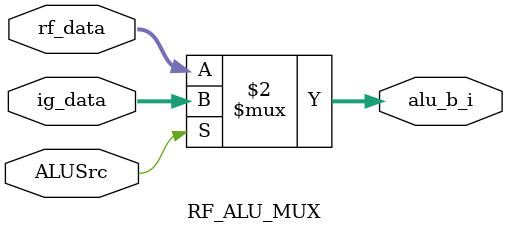
<source format=v>
`include "definitions.svh"
module RF_ALU_MUX

(
        input wire               ALUSrc,
        input wire [31:0]       rf_data,
        input wire [31:0]       ig_data,
        output wire [31:0]       alu_b_i
);

    assign alu_b_i = (ALUSrc == 1) ? ig_data : rf_data;

endmodule 
</source>
